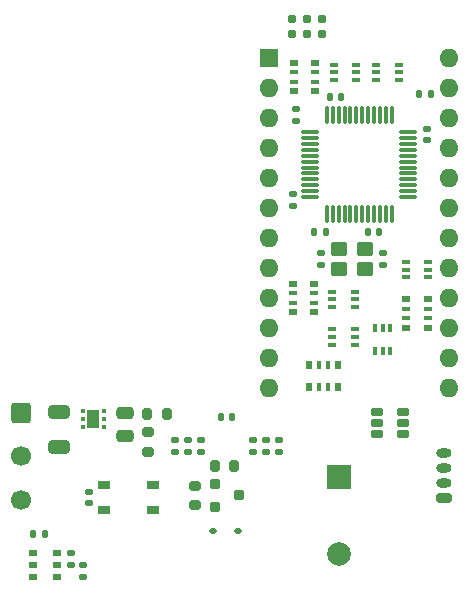
<source format=gbr>
%TF.GenerationSoftware,KiCad,Pcbnew,9.0.2*%
%TF.CreationDate,2025-08-18T09:53:05+06:00*%
%TF.ProjectId,hp3478a-ch32-ext,68703334-3738-4612-9d63-6833322d6578,rev?*%
%TF.SameCoordinates,Original*%
%TF.FileFunction,Soldermask,Top*%
%TF.FilePolarity,Negative*%
%FSLAX46Y46*%
G04 Gerber Fmt 4.6, Leading zero omitted, Abs format (unit mm)*
G04 Created by KiCad (PCBNEW 9.0.2) date 2025-08-18 09:53:05*
%MOMM*%
%LPD*%
G01*
G04 APERTURE LIST*
G04 Aperture macros list*
%AMRoundRect*
0 Rectangle with rounded corners*
0 $1 Rounding radius*
0 $2 $3 $4 $5 $6 $7 $8 $9 X,Y pos of 4 corners*
0 Add a 4 corners polygon primitive as box body*
4,1,4,$2,$3,$4,$5,$6,$7,$8,$9,$2,$3,0*
0 Add four circle primitives for the rounded corners*
1,1,$1+$1,$2,$3*
1,1,$1+$1,$4,$5*
1,1,$1+$1,$6,$7*
1,1,$1+$1,$8,$9*
0 Add four rect primitives between the rounded corners*
20,1,$1+$1,$2,$3,$4,$5,0*
20,1,$1+$1,$4,$5,$6,$7,0*
20,1,$1+$1,$6,$7,$8,$9,0*
20,1,$1+$1,$8,$9,$2,$3,0*%
G04 Aperture macros list end*
%ADD10R,1.050000X0.650000*%
%ADD11RoundRect,0.250000X-0.600000X0.600000X-0.600000X-0.600000X0.600000X-0.600000X0.600000X0.600000X0*%
%ADD12C,1.700000*%
%ADD13RoundRect,0.250000X-0.650000X0.325000X-0.650000X-0.325000X0.650000X-0.325000X0.650000X0.325000X0*%
%ADD14RoundRect,0.135000X0.185000X-0.135000X0.185000X0.135000X-0.185000X0.135000X-0.185000X-0.135000X0*%
%ADD15R,0.800000X0.500000*%
%ADD16R,0.800000X0.400000*%
%ADD17RoundRect,0.140000X0.140000X0.170000X-0.140000X0.170000X-0.140000X-0.170000X0.140000X-0.170000X0*%
%ADD18RoundRect,0.100000X-0.225000X-0.100000X0.225000X-0.100000X0.225000X0.100000X-0.225000X0.100000X0*%
%ADD19RoundRect,0.200000X-0.250000X-0.200000X0.250000X-0.200000X0.250000X0.200000X-0.250000X0.200000X0*%
%ADD20RoundRect,0.162500X0.367500X0.162500X-0.367500X0.162500X-0.367500X-0.162500X0.367500X-0.162500X0*%
%ADD21RoundRect,0.250000X-0.450000X-0.350000X0.450000X-0.350000X0.450000X0.350000X-0.450000X0.350000X0*%
%ADD22RoundRect,0.140000X-0.170000X0.140000X-0.170000X-0.140000X0.170000X-0.140000X0.170000X0.140000X0*%
%ADD23RoundRect,0.200000X0.275000X-0.200000X0.275000X0.200000X-0.275000X0.200000X-0.275000X-0.200000X0*%
%ADD24RoundRect,0.140000X0.170000X-0.140000X0.170000X0.140000X-0.170000X0.140000X-0.170000X-0.140000X0*%
%ADD25RoundRect,0.135000X-0.135000X-0.185000X0.135000X-0.185000X0.135000X0.185000X-0.135000X0.185000X0*%
%ADD26RoundRect,0.200000X0.200000X0.275000X-0.200000X0.275000X-0.200000X-0.275000X0.200000X-0.275000X0*%
%ADD27RoundRect,0.093750X0.093750X0.106250X-0.093750X0.106250X-0.093750X-0.106250X0.093750X-0.106250X0*%
%ADD28R,1.000000X1.600000*%
%ADD29R,0.500000X0.800000*%
%ADD30R,0.400000X0.800000*%
%ADD31RoundRect,0.200000X0.450000X-0.200000X0.450000X0.200000X-0.450000X0.200000X-0.450000X-0.200000X0*%
%ADD32O,1.300000X0.800000*%
%ADD33RoundRect,0.075000X0.075000X-0.662500X0.075000X0.662500X-0.075000X0.662500X-0.075000X-0.662500X0*%
%ADD34RoundRect,0.075000X0.662500X-0.075000X0.662500X0.075000X-0.662500X0.075000X-0.662500X-0.075000X0*%
%ADD35RoundRect,0.100000X0.225000X0.100000X-0.225000X0.100000X-0.225000X-0.100000X0.225000X-0.100000X0*%
%ADD36RoundRect,0.100000X-0.100000X0.225000X-0.100000X-0.225000X0.100000X-0.225000X0.100000X0.225000X0*%
%ADD37RoundRect,0.135000X0.135000X0.185000X-0.135000X0.185000X-0.135000X-0.185000X0.135000X-0.185000X0*%
%ADD38R,1.600000X1.600000*%
%ADD39O,1.600000X1.600000*%
%ADD40RoundRect,0.140000X-0.140000X-0.170000X0.140000X-0.170000X0.140000X0.170000X-0.140000X0.170000X0*%
%ADD41C,0.787400*%
%ADD42R,2.000000X2.000000*%
%ADD43C,2.000000*%
%ADD44RoundRect,0.200000X-0.200000X-0.275000X0.200000X-0.275000X0.200000X0.275000X-0.200000X0.275000X0*%
%ADD45RoundRect,0.250000X0.475000X-0.250000X0.475000X0.250000X-0.475000X0.250000X-0.475000X-0.250000X0*%
%ADD46RoundRect,0.112500X-0.187500X-0.112500X0.187500X-0.112500X0.187500X0.112500X-0.187500X0.112500X0*%
G04 APERTURE END LIST*
D10*
%TO.C,SW1*%
X37025000Y-79125000D03*
X41175000Y-79125000D03*
X37025000Y-81275000D03*
X41175000Y-81275000D03*
%TD*%
D11*
%TO.C,J2*%
X30000000Y-73000000D03*
D12*
X30000000Y-76700000D03*
X30000000Y-80400000D03*
%TD*%
D13*
%TO.C,C1*%
X33200000Y-72925000D03*
X33200000Y-75875000D03*
%TD*%
D14*
%TO.C,R9*%
X51800000Y-76310000D03*
X51800000Y-75290000D03*
%TD*%
D15*
%TO.C,RN4*%
X64400000Y-65800000D03*
D16*
X64400000Y-65000000D03*
X64400000Y-64200000D03*
D15*
X64400000Y-63400000D03*
X62600000Y-63400000D03*
D16*
X62600000Y-64200000D03*
X62600000Y-65000000D03*
D15*
X62600000Y-65800000D03*
%TD*%
D17*
%TO.C,C7*%
X60280000Y-57700000D03*
X59320000Y-57700000D03*
%TD*%
D15*
%TO.C,RN1*%
X53100000Y-43400000D03*
D16*
X53100000Y-44200000D03*
X53100000Y-45000000D03*
D15*
X53100000Y-45800000D03*
X54900000Y-45800000D03*
D16*
X54900000Y-45000000D03*
X54900000Y-44200000D03*
D15*
X54900000Y-43400000D03*
%TD*%
%TO.C,U3*%
X33000000Y-86900000D03*
X33000000Y-85900000D03*
X33000000Y-84900000D03*
X31000000Y-84900000D03*
X31000000Y-85900000D03*
X31000000Y-86900000D03*
%TD*%
D18*
%TO.C,D6*%
X60050000Y-43550000D03*
X60050000Y-44200000D03*
X60050000Y-44850000D03*
X61950000Y-44850000D03*
X61950000Y-44200000D03*
X61950000Y-43550000D03*
%TD*%
D19*
%TO.C,Q1*%
X46400000Y-79050000D03*
X46400000Y-80950000D03*
X48400000Y-80000000D03*
%TD*%
D20*
%TO.C,D8*%
X62300000Y-74850000D03*
X62300000Y-73900000D03*
X62300000Y-72950000D03*
X60100000Y-72950000D03*
X60100000Y-73900000D03*
X60100000Y-74850000D03*
%TD*%
D21*
%TO.C,Y1*%
X56900000Y-60850000D03*
X59100000Y-60850000D03*
X59100000Y-59150000D03*
X56900000Y-59150000D03*
%TD*%
D22*
%TO.C,C9*%
X35200000Y-85920000D03*
X35200000Y-86880000D03*
%TD*%
D23*
%TO.C,R1*%
X40750000Y-76325000D03*
X40750000Y-74675000D03*
%TD*%
D24*
%TO.C,C4*%
X52990000Y-55480000D03*
X52990000Y-54520000D03*
%TD*%
D14*
%TO.C,R6*%
X45200000Y-76310000D03*
X45200000Y-75290000D03*
%TD*%
D25*
%TO.C,R14*%
X63700000Y-46000000D03*
X64720000Y-46000000D03*
%TD*%
D26*
%TO.C,R3*%
X48025000Y-77500000D03*
X46375000Y-77500000D03*
%TD*%
D27*
%TO.C,U2*%
X37000000Y-74200000D03*
X37000000Y-73550000D03*
X37000000Y-72900000D03*
X35225000Y-72900000D03*
X35225000Y-73550000D03*
X35225000Y-74200000D03*
D28*
X36112500Y-73550000D03*
%TD*%
D29*
%TO.C,RN3*%
X54400000Y-70800000D03*
D30*
X55200000Y-70800000D03*
X56000000Y-70800000D03*
D29*
X56800000Y-70800000D03*
X56800000Y-69000000D03*
D30*
X56000000Y-69000000D03*
X55200000Y-69000000D03*
D29*
X54400000Y-69000000D03*
%TD*%
D22*
%TO.C,C8*%
X35700000Y-79720000D03*
X35700000Y-80680000D03*
%TD*%
D31*
%TO.C,J4*%
X65755000Y-80200000D03*
D32*
X65755000Y-78950000D03*
X65755000Y-77700000D03*
X65755000Y-76450000D03*
%TD*%
D14*
%TO.C,R8*%
X50700000Y-76310000D03*
X50700000Y-75290000D03*
%TD*%
D23*
%TO.C,R4*%
X44700000Y-80825000D03*
X44700000Y-79175000D03*
%TD*%
D14*
%TO.C,R10*%
X43000000Y-76310000D03*
X43000000Y-75290000D03*
%TD*%
D33*
%TO.C,U1*%
X55870000Y-56162500D03*
X56370000Y-56162500D03*
X56870000Y-56162500D03*
X57370000Y-56162500D03*
X57870000Y-56162500D03*
X58370000Y-56162500D03*
X58870000Y-56162500D03*
X59370000Y-56162500D03*
X59870000Y-56162500D03*
X60370000Y-56162500D03*
X60870000Y-56162500D03*
X61370000Y-56162500D03*
D34*
X62782500Y-54750000D03*
X62782500Y-54250000D03*
X62782500Y-53750000D03*
X62782500Y-53250000D03*
X62782500Y-52750000D03*
X62782500Y-52250000D03*
X62782500Y-51750000D03*
X62782500Y-51250000D03*
X62782500Y-50750000D03*
X62782500Y-50250000D03*
X62782500Y-49750000D03*
X62782500Y-49250000D03*
D33*
X61370000Y-47837500D03*
X60870000Y-47837500D03*
X60370000Y-47837500D03*
X59870000Y-47837500D03*
X59370000Y-47837500D03*
X58870000Y-47837500D03*
X58370000Y-47837500D03*
X57870000Y-47837500D03*
X57370000Y-47837500D03*
X56870000Y-47837500D03*
X56370000Y-47837500D03*
X55870000Y-47837500D03*
D34*
X54457500Y-49250000D03*
X54457500Y-49750000D03*
X54457500Y-50250000D03*
X54457500Y-50750000D03*
X54457500Y-51250000D03*
X54457500Y-51750000D03*
X54457500Y-52250000D03*
X54457500Y-52750000D03*
X54457500Y-53250000D03*
X54457500Y-53750000D03*
X54457500Y-54250000D03*
X54457500Y-54750000D03*
%TD*%
D22*
%TO.C,C12*%
X55400000Y-59520000D03*
X55400000Y-60480000D03*
%TD*%
D15*
%TO.C,RN2*%
X53000000Y-62100000D03*
D16*
X53000000Y-62900000D03*
X53000000Y-63700000D03*
D15*
X53000000Y-64500000D03*
X54800000Y-64500000D03*
D16*
X54800000Y-63700000D03*
X54800000Y-62900000D03*
D15*
X54800000Y-62100000D03*
%TD*%
D22*
%TO.C,C6*%
X64340000Y-48990000D03*
X64340000Y-49950000D03*
%TD*%
D14*
%TO.C,R5*%
X44100000Y-76310000D03*
X44100000Y-75290000D03*
%TD*%
D35*
%TO.C,D7*%
X64450000Y-61550000D03*
X64450000Y-60900000D03*
X64450000Y-60250000D03*
X62550000Y-60250000D03*
X62550000Y-60900000D03*
X62550000Y-61550000D03*
%TD*%
D17*
%TO.C,C3*%
X55780000Y-57700000D03*
X54820000Y-57700000D03*
%TD*%
D36*
%TO.C,D5*%
X61250000Y-65850000D03*
X60600000Y-65850000D03*
X59950000Y-65850000D03*
X59950000Y-67750000D03*
X60600000Y-67750000D03*
X61250000Y-67750000D03*
%TD*%
D22*
%TO.C,C11*%
X60600000Y-59520000D03*
X60600000Y-60480000D03*
%TD*%
D37*
%TO.C,R12*%
X32010000Y-83300000D03*
X30990000Y-83300000D03*
%TD*%
D38*
%TO.C,J1*%
X51000000Y-43000000D03*
D39*
X51000000Y-45540000D03*
X51000000Y-48080000D03*
X51000000Y-50620000D03*
X51000000Y-53160000D03*
X51000000Y-55700000D03*
X51000000Y-58240000D03*
X51000000Y-60780000D03*
X51000000Y-63320000D03*
X51000000Y-65860000D03*
X51000000Y-68400000D03*
X51000000Y-70940000D03*
X66240000Y-70940000D03*
X66240000Y-68400000D03*
X66240000Y-65860000D03*
X66240000Y-63320000D03*
X66240000Y-60780000D03*
X66240000Y-58240000D03*
X66240000Y-55700000D03*
X66240000Y-53160000D03*
X66240000Y-50620000D03*
X66240000Y-48080000D03*
X66240000Y-45540000D03*
X66240000Y-43000000D03*
%TD*%
D40*
%TO.C,C10*%
X46920000Y-73400000D03*
X47880000Y-73400000D03*
%TD*%
D14*
%TO.C,R11*%
X34200000Y-85910000D03*
X34200000Y-84890000D03*
%TD*%
D41*
%TO.C,DEBUG*%
X52890000Y-40919000D03*
X52890000Y-39649000D03*
X54160000Y-40919000D03*
X54160000Y-39649000D03*
X55430000Y-40919000D03*
X55430000Y-39649000D03*
%TD*%
D42*
%TO.C,BZ1*%
X56900000Y-78450000D03*
D43*
X56900000Y-84950000D03*
%TD*%
D14*
%TO.C,R7*%
X49600000Y-76310000D03*
X49600000Y-75290000D03*
%TD*%
D35*
%TO.C,D4*%
X58250000Y-67250000D03*
X58250000Y-66600000D03*
X58250000Y-65950000D03*
X56350000Y-65950000D03*
X56350000Y-66600000D03*
X56350000Y-67250000D03*
%TD*%
%TO.C,D2*%
X58350000Y-44850000D03*
X58350000Y-44200000D03*
X58350000Y-43550000D03*
X56450000Y-43550000D03*
X56450000Y-44200000D03*
X56450000Y-44850000D03*
%TD*%
D44*
%TO.C,R2*%
X40675000Y-73100000D03*
X42325000Y-73100000D03*
%TD*%
D45*
%TO.C,C2*%
X38750000Y-74950000D03*
X38750000Y-73050000D03*
%TD*%
D40*
%TO.C,C5*%
X56120000Y-46300000D03*
X57080000Y-46300000D03*
%TD*%
D35*
%TO.C,D3*%
X58250000Y-64050000D03*
X58250000Y-63400000D03*
X58250000Y-62750000D03*
X56350000Y-62750000D03*
X56350000Y-63400000D03*
X56350000Y-64050000D03*
%TD*%
D14*
%TO.C,R13*%
X53300000Y-48310000D03*
X53300000Y-47290000D03*
%TD*%
D46*
%TO.C,D1*%
X46250000Y-83000000D03*
X48350000Y-83000000D03*
%TD*%
M02*

</source>
